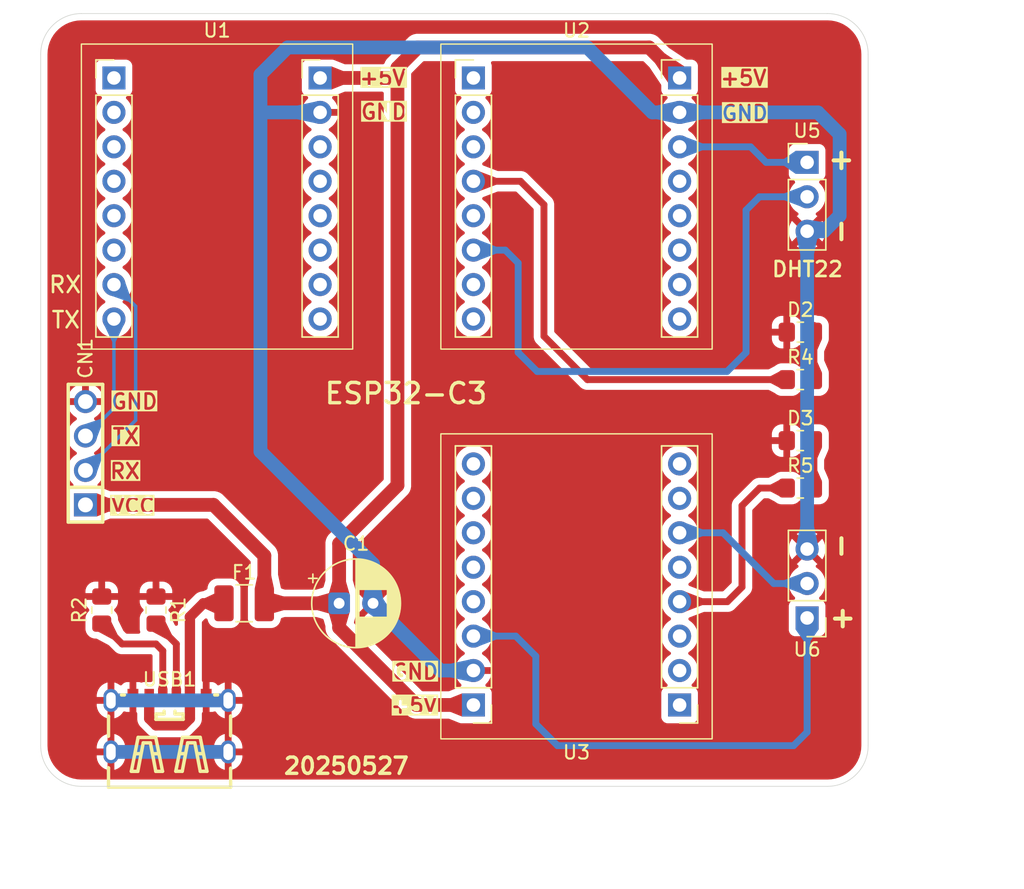
<source format=kicad_pcb>
(kicad_pcb (version 20241229) (generator "pcbnew") (generator_version "9.0")
  (layers (0 "F.Cu" signal) (2 "B.Cu" signal) (13 "F.Paste" user) (15 "B.Paste" user) (5 "F.SilkS" user "F.Silkscreen") (7 "B.SilkS" user "B.Silkscreen") (1 "F.Mask" user) (3 "B.Mask" user) (25 "Edge.Cuts" user))
  (net 0 "")
  (net 1 "GND")
  (net 2 "+5V")
  (net 4 "Net-(F1-Pad1)")
  (net 5 "Net-(USB1-CC2)")
  (net 6 "Net-(USB1-CC1)")
  (net 8 "/TX")
  (net 12 "/RX")
  (net 20 "Net-(D2-A)")
  (net 24 "Net-(U2-SDA{slash}GPIO8)")
  (net 28 "Net-(U2-GPIO10)")
  (net 30 "Net-(U2-3V3)")
  (net 35 "Net-(U3-SDA{slash}GPIO8)")
  (net 37 "Net-(U3-3V3)")
  (net 42 "Net-(U3-GPIO10)")
  (net 46 "Net-(D3-A)")
  (footprint "Resistor_SMD:R_0805_2012Metric_Pad1.20x1.40mm_HandSolder" (layer "F.Cu") (at 83 84 -90)
    (property "Reference" "R1" (at 0 -1.65 90) (layer "F.SilkS"))
    (property "Value" "5.1k")
    (fp_line (start -0.227064 0.735) (end 0.227064 0.735) (stroke (width 0.12)) (layer "F.SilkS"))
    (fp_line (start -0.227064 -0.735) (end 0.227064 -0.735) (stroke (width 0.12)) (layer "F.SilkS"))
    (pad "1" smd roundrect (at -1 0 270) (size 1.2 1.4) (layers "F.Cu" "F.Mask" "F.Paste") (roundrect_rratio 0.208333) (net 1 "GND"))
    (pad "2" smd roundrect (at 1 0 270) (size 1.2 1.4) (layers "F.Cu" "F.Mask" "F.Paste") (roundrect_rratio 0.208333) (net 5 "Net-(USB1-CC2)"))
  )
  (footprint "Resistor_SMD:R_0805_2012Metric_Pad1.20x1.40mm_HandSolder" (layer "F.Cu") (at 130.5 75)
    (property "Reference" "R5" (at 0 -1.65 0) (layer "F.SilkS"))
    (property "Value" "5.1k")
    (fp_line (start -0.227064 -0.735) (end 0.227064 -0.735) (stroke (width 0.12)) (layer "F.SilkS"))
    (fp_line (start -0.227064 0.735) (end 0.227064 0.735) (stroke (width 0.12)) (layer "F.SilkS"))
    (pad "1" smd roundrect (at -1 0) (size 1.2 1.4) (layers "F.Cu" "F.Mask" "F.Paste") (roundrect_rratio 0.208333) (net 35 "Net-(U3-SDA{slash}GPIO8)"))
    (pad "2" smd roundrect (at 1 0) (size 1.2 1.4) (layers "F.Cu" "F.Mask" "F.Paste") (roundrect_rratio 0.208333) (net 46 "Net-(D3-A)"))
  )
  (footprint "Custom_Library:TYPE-C-SMD_TYPE-C-6P_5" (layer "F.Cu") (at 84 92.43725)
    (property "Reference" "USB1" (at 0 -3.325 0) (layer "F.SilkS"))
    (property "Value" "TYPE-C 6P(073)")
    (fp_line (start -4.501 3.2035) (end -4.501 4.6255) (stroke (width 0.25)) (layer "F.SilkS"))
    (fp_line (start -4.501 3.226) (end -4.501 3.2035) (stroke (width 0.25)) (layer "F.SilkS"))
    (fp_line (start -4.501 4.6255) (end 4.501 4.6255) (stroke (width 0.25)) (layer "F.SilkS"))
    (fp_line (start -4.5 -0.575) (end -4.5 -0.617) (stroke (width 0.25)) (layer "F.SilkS"))
    (fp_line (start -4.5 -0.575) (end -4.5 0.8675) (stroke (width 0.25)) (layer "F.SilkS"))
    (fp_line (start -3.541 -2.175) (end -3.329 -2.175) (stroke (width 0.25)) (layer "F.SilkS"))
    (fp_line (start -2.8175 3.458) (end -2.32 0.9565) (stroke (width 0.254)) (layer "F.SilkS"))
    (fp_line (start -2.518 2.1575) (end -2.119 2.1575) (stroke (width 0.254)) (layer "F.SilkS"))
    (fp_line (start -2.3425 3.458) (end -2.8175 3.458) (stroke (width 0.254)) (layer "F.SilkS"))
    (fp_line (start -2.32 0.9565) (end -1.0195 0.9565) (stroke (width 0.254)) (layer "F.SilkS"))
    (fp_line (start -1.9415 1.3575) (end -2.3425 3.458) (stroke (width 0.254)) (layer "F.SilkS"))
    (fp_line (start -1.413 1.3575) (end -1.9415 1.3575) (stroke (width 0.254)) (layer "F.SilkS"))
    (fp_line (start -1.2185 2.1575) (end -0.8185 2.1575) (stroke (width 0.254)) (layer "F.SilkS"))
    (fp_line (start -1.0195 0.9565) (end -0.519 3.458) (stroke (width 0.254)) (layer "F.SilkS"))
    (fp_line (start -1.0145 3.458) (end -1.413 1.3575) (stroke (width 0.254)) (layer "F.SilkS"))
    (fp_line (start -1.01 -0.375) (end 1.01 -0.375) (stroke (width 0.25)) (layer "F.SilkS"))
    (fp_line (start -1 -0.775) (end -0.4 -0.775) (stroke (width 0.25)) (layer "F.SilkS"))
    (fp_line (start -1 -0.375) (end -1 -0.775) (stroke (width 0.25)) (layer "F.SilkS"))
    (fp_line (start -0.519 3.458) (end -1.0145 3.458) (stroke (width 0.254)) (layer "F.SilkS"))
    (fp_line (start -0.4 -0.775) (end -0.4 -0.975) (stroke (width 0.25)) (layer "F.SilkS"))
    (fp_line (start 0.4 -0.775) (end 0.4 -0.975) (stroke (width 0.25)) (layer "F.SilkS"))
    (fp_line (start 0.459 3.453) (end 0.957 0.951) (stroke (width 0.254)) (layer "F.SilkS"))
    (fp_line (start 0.759 2.1525) (end 1.1575 2.1525) (stroke (width 0.254)) (layer "F.SilkS"))
    (fp_line (start 0.934 3.453) (end 0.459 3.453) (stroke (width 0.254)) (layer "F.SilkS"))
    (fp_line (start 0.957 0.951) (end 2.2575 0.951) (stroke (width 0.254)) (layer "F.SilkS"))
    (fp_line (start 1 -0.775) (end 0.4 -0.775) (stroke (width 0.25)) (layer "F.SilkS"))
    (fp_line (start 1 -0.375) (end 1 -0.775) (stroke (width 0.25)) (layer "F.SilkS"))
    (fp_line (start 1.3355 1.3525) (end 0.934 3.453) (stroke (width 0.254)) (layer "F.SilkS"))
    (fp_line (start 1.8635 1.3525) (end 1.3355 1.3525) (stroke (width 0.254)) (layer "F.SilkS"))
    (fp_line (start 2.058 2.1525) (end 2.458 2.1525) (stroke (width 0.254)) (layer "F.SilkS"))
    (fp_line (start 2.2575 0.951) (end 2.758 3.453) (stroke (width 0.254)) (layer "F.SilkS"))
    (fp_line (start 2.2625 3.453) (end 1.8635 1.3525) (stroke (width 0.254)) (layer "F.SilkS"))
    (fp_line (start 2.758 3.453) (end 2.2625 3.453) (stroke (width 0.254)) (layer "F.SilkS"))
    (fp_line (start 3.329 -2.175) (end 3.541 -2.175) (stroke (width 0.25)) (layer "F.SilkS"))
    (fp_line (start 4.5 0.825) (end 4.5 -0.625) (stroke (width 0.25)) (layer "F.SilkS"))
    (fp_line (start 4.501 4.6255) (end 4.501 3.226) (stroke (width 0.25)) (layer "F.SilkS"))
    (pad "7" thru_hole oval (at -4.32 -1.775) (size 1.1 1.7) (drill oval 0.7 1.2) (layers "*.Cu" "*.Mask") (net 1 "GND"))
    (pad "7" thru_hole oval (at -4.32 2.025) (size 1.1 1.7) (drill oval 0.7 1.2) (layers "*.Cu" "*.Mask") (net 1 "GND"))
    (pad "7" thru_hole oval (at 4.32 -1.775) (size 1.1 1.7) (drill oval 0.7 1.2) (layers "*.Cu" "*.Mask") (net 1 "GND"))
    (pad "7" thru_hole oval (at 4.32 2.025) (size 1.1 1.7) (drill oval 0.7 1.2) (layers "*.Cu" "*.Mask") (net 1 "GND"))
    (pad "A5" smd rect (at -0.5 -2.025) (size 0.7 1.2) (layers "F.Cu" "F.Mask" "F.Paste") (net 6 "Net-(USB1-CC1)"))
    (pad "A9" smd rect (at 1.5 -2.025) (size 0.7 1.2) (layers "F.Cu" "F.Mask" "F.Paste") (net 4 "Net-(F1-Pad1)"))
    (pad "A12" smd rect (at 2.7 -2.025) (size 0.8 1.2) (layers "F.Cu" "F.Mask" "F.Paste") (net 1 "GND"))
    (pad "B5" smd rect (at 0.5 -2.025) (size 0.7 1.2) (layers "F.Cu" "F.Mask" "F.Paste") (net 5 "Net-(USB1-CC2)"))
    (pad "B9" smd rect (at -1.5 -2.025) (size 0.7 1.2) (layers "F.Cu" "F.Mask" "F.Paste") (net 4 "Net-(F1-Pad1)"))
    (pad "B12" smd rect (at -2.7 -2.025) (size 0.8 1.2) (layers "F.Cu" "F.Mask" "F.Paste") (net 1 "GND"))
  )
  (footprint "Connector_PinHeader_2.54mm:PinHeader_1x03_P2.54mm_Vertical" (layer "F.Cu") (at 131 50.975)
    (property "Reference" "U5" (at 0 -2.33 0) (layer "F.SilkS"))
    (property "Value" "DHT22")
    (fp_line (start -1.38 -1.38) (end 0 -1.38) (stroke (width 0.12)) (layer "F.SilkS"))
    (fp_line (start -1.38 0) (end -1.38 -1.38) (stroke (width 0.12)) (layer "F.SilkS"))
    (fp_line (start -1.38 1.27) (end -1.38 6.46) (stroke (width 0.12)) (layer "F.SilkS"))
    (fp_line (start -1.38 1.27) (end 1.38 1.27) (stroke (width 0.12)) (layer "F.SilkS"))
    (fp_line (start -1.38 6.46) (end 1.38 6.46) (stroke (width 0.12)) (layer "F.SilkS"))
    (fp_line (start 1.38 1.27) (end 1.38 6.46) (stroke (width 0.12)) (layer "F.SilkS"))
    (pad "1" thru_hole rect (at 0 0) (size 1.7 1.7) (drill 1) (layers "*.Cu" "*.Mask") (net 30 "Net-(U2-3V3)"))
    (pad "2" thru_hole circle (at 0 2.54) (size 1.7 1.7) (drill 1) (layers "*.Cu" "*.Mask") (net 28 "Net-(U2-GPIO10)"))
    (pad "3" thru_hole circle (at 0 5.08) (size 1.7 1.7) (drill 1) (layers "*.Cu" "*.Mask") (net 1 "GND"))
  )
  (footprint "Custom_Library:ESP32_C3_SuperMini" (layer "F.Cu") (at 114 91 180)
    (property "Reference" "U3" (at 0 -3.5 0) (layer "F.SilkS"))
    (property "Value" "~")
    (fp_line (start 8.93 1.27) (end 8.93 19.11) (stroke (width 0.12)) (layer "F.SilkS"))
    (fp_line (start 6.27 19.11) (end 8.93 19.11) (stroke (width 0.12)) (layer "F.SilkS"))
    (fp_line (start 6.27 1.27) (end 8.93 1.27) (stroke (width 0.12)) (layer "F.SilkS"))
    (fp_line (start 6.27 1.27) (end 6.27 19.11) (stroke (width 0.12)) (layer "F.SilkS"))
    (fp_line (start 6.27 0) (end 6.27 -1.33) (stroke (width 0.12)) (layer "F.SilkS"))
    (fp_line (start 6.27 -1.33) (end 7.6 -1.33) (stroke (width 0.12)) (layer "F.SilkS"))
    (fp_line (start -6.27 1.27) (end -6.27 19.11) (stroke (width 0.12)) (layer "F.SilkS"))
    (fp_line (start -8.93 19.11) (end -6.27 19.11) (stroke (width 0.12)) (layer "F.SilkS"))
    (fp_line (start -8.93 1.27) (end -6.27 1.27) (stroke (width 0.12)) (layer "F.SilkS"))
    (fp_line (start -8.93 1.27) (end -8.93 19.11) (stroke (width 0.12)) (layer "F.SilkS"))
    (fp_line (start -8.93 0) (end -8.93 -1.33) (stroke (width 0.12)) (layer "F.SilkS"))
    (fp_line (start -8.93 -1.33) (end -7.6 -1.33) (stroke (width 0.12)) (layer "F.SilkS"))
    (fp_rect (start -10 -2.5) (end 10 20) (stroke (width 0.1)) (fill no) (layer "F.SilkS"))
    (pad "0" thru_hole oval (at 7.6 17.78 180) (size 1.7 1.7) (drill 1) (layers "*.Cu" "*.Mask"))
    (pad "1" thru_hole oval (at 7.6 15.24 180) (size 1.7 1.7) (drill 1) (layers "*.Cu" "*.Mask"))
    (pad "2" thru_hole oval (at 7.6 12.7 180) (size 1.7 1.7) (drill 1) (layers "*.Cu" "*.Mask"))
    (pad "3" thru_hole oval (at 7.6 10.16 180) (size 1.7 1.7) (drill 1) (layers "*.Cu" "*.Mask"))
    (pad "3.3" thru_hole oval (at 7.6 5.08 180) (size 1.7 1.7) (drill 1) (layers "*.Cu" "*.Mask") (net 37 "Net-(U3-3V3)"))
    (pad "4" thru_hole oval (at 7.6 7.62 180) (size 1.7 1.7) (drill 1) (layers "*.Cu" "*.Mask"))
    (pad "5" thru_hole rect (at -7.6 0 180) (size 1.7 1.7) (drill 1) (layers "*.Cu" "*.Mask"))
    (pad "5V" thru_hole rect (at 7.6 0 180) (size 1.7 1.7) (drill 1) (layers "*.Cu" "*.Mask") (net 2 "+5V"))
    (pad "6" thru_hole oval (at -7.6 2.54 180) (size 1.7 1.7) (drill 1) (layers "*.Cu" "*.Mask"))
    (pad "7" thru_hole oval (at -7.6 5.08 180) (size 1.7 1.7) (drill 1) (layers "*.Cu" "*.Mask"))
    (pad "8" thru_hole oval (at -7.6 7.62 180) (size 1.7 1.7) (drill 1) (layers "*.Cu" "*.Mask") (net 35 "Net-(U3-SDA{slash}GPIO8)"))
    (pad "9" thru_hole oval (at -7.6 10.16 180) (size 1.7 1.7) (drill 1) (layers "*.Cu" "*.Mask"))
    (pad "10" thru_hole oval (at -7.6 12.7 180) (size 1.7 1.7) (drill 1) (layers "*.Cu" "*.Mask") (net 42 "Net-(U3-GPIO10)"))
    (pad "20" thru_hole oval (at -7.6 15.24 180) (size 1.7 1.7) (drill 1) (layers "*.Cu" "*.Mask"))
    (pad "21" thru_hole oval (at -7.6 17.78 180) (size 1.7 1.7) (drill 1) (layers "*.Cu" "*.Mask"))
    (pad "G" thru_hole oval (at 7.6 2.54 180) (size 1.7 1.7) (drill 1) (layers "*.Cu" "*.Mask") (net 1 "GND"))
  )
  (footprint "Resistor_SMD:R_0805_2012Metric_Pad1.20x1.40mm_HandSolder" (layer "F.Cu") (at 79 84 90)
    (property "Reference" "R2" (at 0 -1.65 90) (layer "F.SilkS"))
    (property "Value" "5.1k")
    (fp_line (start -0.227064 -0.735) (end 0.227064 -0.735) (stroke (width 0.12)) (layer "F.SilkS"))
    (fp_line (start -0.227064 0.735) (end 0.227064 0.735) (stroke (width 0.12)) (layer "F.SilkS"))
    (pad "1" smd roundrect (at -1 0 90) (size 1.2 1.4) (layers "F.Cu" "F.Mask" "F.Paste") (roundrect_rratio 0.208333) (net 6 "Net-(USB1-CC1)"))
    (pad "2" smd roundrect (at 1 0 90) (size 1.2 1.4) (layers "F.Cu" "F.Mask" "F.Paste") (roundrect_rratio 0.208333) (net 1 "GND"))
  )
  (footprint "Connector_PinHeader_2.54mm:PinHeader_1x03_P2.54mm_Vertical" (layer "F.Cu") (at 131 84.58 180)
    (property "Reference" "U6" (at 0 -2.33 0) (layer "F.SilkS"))
    (property "Value" "DHT22")
    (fp_line (start 1.38 1.27) (end 1.38 6.46) (stroke (width 0.12)) (layer "F.SilkS"))
    (fp_line (start -1.38 6.46) (end 1.38 6.46) (stroke (width 0.12)) (layer "F.SilkS"))
    (fp_line (start -1.38 1.27) (end 1.38 1.27) (stroke (width 0.12)) (layer "F.SilkS"))
    (fp_line (start -1.38 1.27) (end -1.38 6.46) (stroke (width 0.12)) (layer "F.SilkS"))
    (fp_line (start -1.38 0) (end -1.38 -1.38) (stroke (width 0.12)) (layer "F.SilkS"))
    (fp_line (start -1.38 -1.38) (end 0 -1.38) (stroke (width 0.12)) (layer "F.SilkS"))
    (pad "1" thru_hole rect (at 0 0 180) (size 1.7 1.7) (drill 1) (layers "*.Cu" "*.Mask") (net 37 "Net-(U3-3V3)"))
    (pad "2" thru_hole circle (at 0 2.54 180) (size 1.7 1.7) (drill 1) (layers "*.Cu" "*.Mask") (net 42 "Net-(U3-GPIO10)"))
    (pad "3" thru_hole circle (at 0 5.08 180) (size 1.7 1.7) (drill 1) (layers "*.Cu" "*.Mask") (net 1 "GND"))
  )
  (footprint "Resistor_SMD:R_0805_2012Metric_Pad1.20x1.40mm_HandSolder" (layer "F.Cu") (at 130.5 71.5)
    (property "Reference" "D3" (at 0 -1.65 0) (layer "F.SilkS"))
    (property "Value" "LED")
    (fp_line (start -0.227064 -0.735) (end 0.227064 -0.735) (stroke (width 0.12)) (layer "F.SilkS"))
    (fp_line (start -0.227064 0.735) (end 0.227064 0.735) (stroke (width 0.12)) (layer "F.SilkS"))
    (pad "1" smd roundrect (at -1 0) (size 1.2 1.4) (layers "F.Cu" "F.Mask" "F.Paste") (roundrect_rratio 0.208333) (net 1 "GND"))
    (pad "2" smd roundrect (at 1 0) (size 1.2 1.4) (layers "F.Cu" "F.Mask" "F.Paste") (roundrect_rratio 0.208333) (net 46 "Net-(D3-A)"))
  )
  (footprint "Resistor_SMD:R_0805_2012Metric_Pad1.20x1.40mm_HandSolder" (layer "F.Cu") (at 130.501 67)
    (property "Reference" "R4" (at 0 -1.65 0) (layer "F.SilkS"))
    (property "Value" "5.1k")
    (fp_line (start -0.227064 -0.735) (end 0.227064 -0.735) (stroke (width 0.12)) (layer "F.SilkS"))
    (fp_line (start -0.227064 0.735) (end 0.227064 0.735) (stroke (width 0.12)) (layer "F.SilkS"))
    (pad "1" smd roundrect (at -1 0) (size 1.2 1.4) (layers "F.Cu" "F.Mask" "F.Paste") (roundrect_rratio 0.208333) (net 24 "Net-(U2-SDA{slash}GPIO8)"))
    (pad "2" smd roundrect (at 1 0) (size 1.2 1.4) (layers "F.Cu" "F.Mask" "F.Paste") (roundrect_rratio 0.208333) (net 20 "Net-(D2-A)"))
  )
  (footprint "Custom_Library:ESP32_C3_SuperMini" (layer "F.Cu") (at 87.5 44.75)
    (property "Reference" "U1" (at 0 -3.5 0) (layer "F.SilkS"))
    (property "Value" "~")
    (fp_line (start -8.93 -1.33) (end -7.6 -1.33) (stroke (width 0.12)) (layer "F.SilkS"))
    (fp_line (start -8.93 0) (end -8.93 -1.33) (stroke (width 0.12)) (layer "F.SilkS"))
    (fp_line (start -8.93 1.27) (end -8.93 19.11) (stroke (width 0.12)) (layer "F.SilkS"))
    (fp_line (start -8.93 1.27) (end -6.27 1.27) (stroke (width 0.12)) (layer "F.SilkS"))
    (fp_line (start -8.93 19.11) (end -6.27 19.11) (stroke (width 0.12)) (layer "F.SilkS"))
    (fp_line (start -6.27 1.27) (end -6.27 19.11) (stroke (width 0.12)) (layer "F.SilkS"))
    (fp_line (start 6.27 -1.33) (end 7.6 -1.33) (stroke (width 0.12)) (layer "F.SilkS"))
    (fp_line (start 6.27 0) (end 6.27 -1.33) (stroke (width 0.12)) (layer "F.SilkS"))
    (fp_line (start 6.27 1.27) (end 6.27 19.11) (stroke (width 0.12)) (layer "F.SilkS"))
    (fp_line (start 6.27 1.27) (end 8.93 1.27) (stroke (width 0.12)) (layer "F.SilkS"))
    (fp_line (start 6.27 19.11) (end 8.93 19.11) (stroke (width 0.12)) (layer "F.SilkS"))
    (fp_line (start 8.93 1.27) (end 8.93 19.11) (stroke (width 0.12)) (layer "F.SilkS"))
    (fp_rect (start -10 -2.5) (end 10 20) (stroke (width 0.1)) (fill no) (layer "F.SilkS"))
    (fp_text user "ESP32-C3" (at 7.8 24.15 0) (layer "F.SilkS") (effects (font (size 1.5 1.5) (thickness 0.25) (bold yes)) (justify left bottom)))
    (pad "0" thru_hole oval (at 7.6 17.78) (size 1.7 1.7) (drill 1) (layers "*.Cu" "*.Mask"))
    (pad "1" thru_hole oval (at 7.6 15.24) (size 1.7 1.7) (drill 1) (layers "*.Cu" "*.Mask"))
    (pad "2" thru_hole oval (at 7.6 12.7) (size 1.7 1.7) (drill 1) (layers "*.Cu" "*.Mask"))
    (pad "3" thru_hole oval (at 7.6 10.16) (size 1.7 1.7) (drill 1) (layers "*.Cu" "*.Mask"))
    (pad "3.3" thru_hole oval (at 7.6 5.08) (size 1.7 1.7) (drill 1) (layers "*.Cu" "*.Mask"))
    (pad "4" thru_hole oval (at 7.6 7.62) (size 1.7 1.7) (drill 1) (layers "*.Cu" "*.Mask"))
    (pad "5" thru_hole rect (at -7.6 0) (size 1.7 1.7) (drill 1) (layers "*.Cu" "*.Mask"))
    (pad "5V" thru_hole rect (at 7.6 0) (size 1.7 1.7) (drill 1) (layers "*.Cu" "*.Mask") (net 2 "+5V"))
    (pad "6" thru_hole oval (at -7.6 2.54) (size 1.7 1.7) (drill 1) (layers "*.Cu" "*.Mask"))
    (pad "7" thru_hole oval (at -7.6 5.08) (size 1.7 1.7) (drill 1) (layers "*.Cu" "*.Mask"))
    (pad "8" thru_hole oval (at -7.6 7.62) (size 1.7 1.7) (drill 1) (layers "*.Cu" "*.Mask"))
    (pad "9" thru_hole oval (at -7.6 10.16) (size 1.7 1.7) (drill 1) (layers "*.Cu" "*.Mask"))
    (pad "10" thru_hole oval (at -7.6 12.7) (size 1.7 1.7) (drill 1) (layers "*.Cu" "*.Mask"))
    (pad "20" thru_hole oval (at -7.6 15.24) (size 1.7 1.7) (drill 1) (layers "*.Cu" "*.Mask") (net 12 "/RX"))
    (pad "21" thru_hole oval (at -7.6 17.78) (size 1.7 1.7) (drill 1) (layers "*.Cu" "*.Mask") (net 8 "/TX"))
    (pad "G" thru_hole oval (at 7.6 2.54) (size 1.7 1.7) (drill 1) (layers "*.Cu" "*.Mask") (net 1 "GND"))
  )
  (footprint "Custom_Library:HDR-TH_4P-P2.54-V-M" (layer "F.Cu") (at 77.8 72.43 90)
    (property "Reference" "CN1" (at 7 0 90) (layer "F.SilkS"))
    (property "Value" "PZ254V-11-04P")
    (fp_line (start 5.08 -1.27) (end 5.08 1.27) (stroke (width 0.254)) (layer "F.SilkS"))
    (fp_line (start -2.5165 -1.27) (end 5.08 -1.27) (stroke (width 0.254)) (layer "F.SilkS"))
    (fp_line (start -2.5165 -1.27) (end -2.5165 1.27) (stroke (width 0.254)) (layer "F.SilkS"))
    (fp_line (start -5.08 -1.27) (end -2.5165 -1.27) (stroke (width 0.254)) (layer "F.SilkS"))
    (fp_line (start 5.08 1.27) (end -5.08 1.27) (stroke (width 0.254)) (layer "F.SilkS"))
    (fp_line (start -5.08 1.27) (end -5.08 -1.27) (stroke (width 0.254)) (layer "F.SilkS"))
    (pad "1" thru_hole rect (at -3.81 0 90) (size 1.7 1.7) (drill 1.1) (layers "*.Cu" "*.Mask") (net 2 "+5V"))
    (pad "2" thru_hole circle (at -1.27 0 90) (size 1.7 1.7) (drill 1.1) (layers "*.Cu" "*.Mask") (net 12 "/RX"))
    (pad "3" thru_hole circle (at 1.27 0 90) (size 1.7 1.7) (drill 1.1) (layers "*.Cu" "*.Mask") (net 8 "/TX"))
    (pad "4" thru_hole circle (at 3.81 0 90) (size 1.7 1.7) (drill 1.1) (layers "*.Cu" "*.Mask") (net 1 "GND"))
  )
  (footprint "Resistor_SMD:R_0805_2012Metric_Pad1.20x1.40mm_HandSolder" (layer "F.Cu") (at 130.501 63.5)
    (property "Reference" "D2" (at 0 -1.65 0) (layer "F.SilkS"))
    (property "Value" "LED")
    (fp_line (start -0.227064 -0.735) (end 0.227064 -0.735) (stroke (width 0.12)) (layer "F.SilkS"))
    (fp_line (start -0.227064 0.735) (end 0.227064 0.735) (stroke (width 0.12)) (layer "F.SilkS"))
    (pad "1" smd roundrect (at -1 0) (size 1.2 1.4) (layers "F.Cu" "F.Mask" "F.Paste") (roundrect_rratio 0.208333) (net 1 "GND"))
    (pad "2" smd roundrect (at 1 0) (size 1.2 1.4) (layers "F.Cu" "F.Mask" "F.Paste") (roundrect_rratio 0.208333) (net 20 "Net-(D2-A)"))
  )
  (footprint "Capacitor_THT:CP_Radial_D6.3mm_P2.50mm" (layer "F.Cu") (at 96.5 83.5)
    (property "Reference" "C1" (at 1.25 -4.4 0) (layer "F.SilkS"))
    (property "Value" "100uF")
    (fp_line (start -2.250241 -1.839) (end -1.620241 -1.839) (stroke (width 0.12)) (layer "F.SilkS"))
    (fp_line (start -1.935241 -2.154) (end -1.935241 -1.524) (stroke (width 0.12)) (layer "F.SilkS"))
    (fp_line (start 1.25 -3.23) (end 1.25 3.23) (stroke (width 0.12)) (layer "F.SilkS"))
    (fp_line (start 1.29 -3.23) (end 1.29 3.23) (stroke (width 0.12)) (layer "F.SilkS"))
    (fp_line (start 1.33 -3.229) (end 1.33 3.229) (stroke (width 0.12)) (layer "F.SilkS"))
    (fp_line (start 1.37 -3.228) (end 1.37 3.228) (stroke (width 0.12)) (layer "F.SilkS"))
    (fp_line (start 1.41 -3.226) (end 1.41 3.226) (stroke (width 0.12)) (layer "F.SilkS"))
    (fp_line (start 1.45 -3.224) (end 1.45 3.224) (stroke (width 0.12)) (layer "F.SilkS"))
    (fp_line (start 1.49 -3.221) (end 1.49 -1.04) (stroke (width 0.12)) (layer "F.SilkS"))
    (fp_line (start 1.49 1.04) (end 1.49 3.221) (stroke (width 0.12)) (layer "F.SilkS"))
    (fp_line (start 1.53 -3.218) (end 1.53 -1.04) (stroke (width 0.12)) (layer "F.SilkS"))
    (fp_line (start 1.53 1.04) (end 1.53 3.218) (stroke (width 0.12)) (layer "F.SilkS"))
    (fp_line (start 1.57 -3.214) (end 1.57 -1.04) (stroke (width 0.12)) (layer "F.SilkS"))
    (fp_line (start 1.57 1.04) (end 1.57 3.214) (stroke (width 0.12)) (layer "F.SilkS"))
    (fp_line (start 1.61 -3.21) (end 1.61 -1.04) (stroke (width 0.12)) (layer "F.SilkS"))
    (fp_line (start 1.61 1.04) (end 1.61 3.21) (stroke (width 0.12)) (layer "F.SilkS"))
    (fp_line (start 1.65 -3.205) (end 1.65 -1.04) (stroke (width 0.12)) (layer "F.SilkS"))
    (fp_line (start 1.65 1.04) (end 1.65 3.205) (stroke (width 0.12)) (layer "F.SilkS"))
    (fp_line (start 1.69 -3.2) (end 1.69 -1.04) (stroke (width 0.12)) (layer "F.SilkS"))
    (fp_line (start 1.69 1.04) (end 1.69 3.2) (stroke (width 0.12)) (layer "F.SilkS"))
    (fp_line (start 1.73 -3.195) (end 1.73 -1.04) (stroke (width 0.12)) (layer "F.SilkS"))
    (fp_line (start 1.73 1.04) (end 1.73 3.195) (stroke (width 0.12)) (layer "F.SilkS"))
    (fp_line (start 1.77 -3.188) (end 1.77 -1.04) (stroke (width 0.12)) (layer "F.SilkS"))
    (fp_line (start 1.77 1.04) (end 1.77 3.188) (stroke (width 0.12)) (layer "F.SilkS"))
    (fp_line (start 1.81 -3.182) (end 1.81 -1.04) (stroke (width 0.12)) (layer "F.SilkS"))
    (fp_line (start 1.81 1.04) (end 1.81 3.182) (stroke (width 0.12)) (layer "F.SilkS"))
    (fp_line (start 1.85 -3.174) (end 1.85 -1.04) (stroke (width 0.12)) (layer "F.SilkS"))
    (fp_line (start 1.85 1.04) (end 1.85 3.174) (stroke (width 0.12)) (layer "F.SilkS"))
    (fp_line (start 1.89 -3.167) (end 1.89 -1.04) (stroke (width 0.12)) (layer "F.SilkS"))
    (fp_line (start 1.89 1.04) (end 1.89 3.167) (stroke (width 0.12)) (layer "F.SilkS"))
    (fp_line (start 1.93 -3.159) (end 1.93 -1.04) (stroke (width 0.12)) (layer "F.SilkS"))
    (fp_line (start 1.93 1.04) (end 1.93 3.159) (stroke (width 0.12)) (layer "F.SilkS"))
    (fp_line (start 1.97 -3.15) (end 1.97 -1.04) (stroke (width 0.12)) (layer "F.SilkS"))
    (fp_line (start 1.97 1.04) (end 1.97 3.15) (stroke (width 0.12)) (layer "F.SilkS"))
    (fp_line (start 2.01 -3.14) (end 2.01 -1.04) (stroke (width 0.12)) (layer "F.SilkS"))
    (fp_line (start 2.01 1.04) (end 2.01 3.14) (stroke (width 0.12)) (layer "F.SilkS"))
    (fp_line (start 2.05 -3.131) (end 2.05 -1.04) (stroke (width 0.12)) (layer "F.SilkS"))
    (fp_line (start 2.05 1.04) (end 2.05 3.131) (stroke (width 0.12)) (layer "F.SilkS"))
    (fp_line (start 2.09 -3.12) (end 2.09 -1.04) (stroke (width 0.12)) (layer "F.SilkS"))
    (fp_line (start 2.09 1.04) (end 2.09 3.12) (stroke (width 0.12)) (layer "F.SilkS"))
    (fp_line (start 2.13 -3.109) (end 2.13 -1.04) (stroke (width 0.12)) (layer "F.SilkS"))
    (fp_line (start 2.13 1.04) (end 2.13 3.109) (stroke (width 0.12)) (layer "F.SilkS"))
    (fp_line (start 2.17 -3.098) (end 2.17 -1.04) (stroke (width 0.12)) (layer "F.SilkS"))
    (fp_line (start 2.17 1.04) (end 2.17 3.098) (stroke (width 0.12)) (layer "F.SilkS"))
    (fp_line (start 2.21 -3.086) (end 2.21 -1.04) (stroke (width 0.12)) (layer "F.SilkS"))
    (fp_line (start 2.21 1.04) (end 2.21 3.086) (stroke (width 0.12)) (layer "F.SilkS"))
    (fp_line (start 2.25 -3.073) (end 2.25 -1.04) (stroke (width 0.12)) (layer "F.SilkS"))
    (fp_line (start 2.25 1.04) (end 2.25 3.073) (stroke (width 0.12)) (layer "F.SilkS"))
    (fp_line (start 2.29 -3.06) (end 2.29 -1.04) (stroke (width 0.12)) (layer "F.SilkS"))
    (fp_line (start 2.29 1.04) (end 2.29 3.06) (stroke (width 0.12)) (layer "F.SilkS"))
    (fp_line (start 2.33 -3.047) (end 2.33 -1.04) (stroke (width 0.12)) (layer "F.SilkS"))
    (fp_line (start 2.33 1.04) (end 2.33 3.047) (stroke (width 0.12)) (layer "F.SilkS"))
    (fp_line (start 2.37 -3.032) (end 2.37 -1.04) (stroke (width 0.12)) (layer "F.SilkS"))
    (fp_line (start 2.37 1.04) (end 2.37 3.032) (stroke (width 0.12)) (layer "F.SilkS"))
    (fp_line (start 2.41 -3.017) (end 2.41 -1.04) (stroke (width 0.12)) (layer "F.SilkS"))
    (fp_line (start 2.41 1.04) (end 2.41 3.017) (stroke (width 0.12)) (layer "F.SilkS"))
    (fp_line (start 2.45 -3.002) (end 2.45 -1.04) (stroke (width 0.12)) (layer "F.SilkS"))
    (fp_line (start 2.45 1.04) (end 2.45 3.002) (stroke (width 0.12)) (layer "F.SilkS"))
    (fp_line (start 2.49 -2.986) (end 2.49 -1.04) (stroke (width 0.12)) (layer "F.SilkS"))
    (fp_line (start 2.49 1.04) (end 2.49 2.986) (stroke (width 0.12)) (layer "F.SilkS"))
    (fp_line (start 2.53 -2.969) (end 2.53 -1.04) (stroke (width 0.12)) (layer "F.SilkS"))
    (fp_line (start 2.53 1.04) (end 2.53 2.969) (stroke (width 0.12)) (layer "F.SilkS"))
    (fp_line (start 2.57 -2.952) (end 2.57 -1.04) (stroke (width 0.12)) (layer "F.SilkS"))
    (fp_line (start 2.57 1.04) (end 2.57 2.952) (stroke (width 0.12)) (layer "F.SilkS"))
    (fp_line (start 2.61 -2.934) (end 2.61 -1.04) (stroke (width 0.12)) (layer "F.SilkS"))
    (fp_line (start 2.61 1.04) (end 2.61 2.934) (stroke (width 0.12)) (layer "F.SilkS"))
    (fp_line (start 2.65 -2.915) (end 2.65 -1.04) (stroke (width 0.12)) (layer "F.SilkS"))
    (fp_line (start 2.65 1.04) (end 2.65 2.915) (stroke (width 0.12)) (layer "F.SilkS"))
    (fp_line (start 2.69 -2.896) (end 2.69 -1.04) (stroke (width 0.12)) (layer "F.SilkS"))
    (fp_line (start 2.69 1.04) (end 2.69 2.896) (stroke (width 0.12)) (layer "F.SilkS"))
    (fp_line (start 2.73 -2.876) (end 2.73 -1.04) (stroke (width 0.12)) (layer "F.SilkS"))
    (fp_line (start 2.73 1.04) (end 2.73 2.876) (stroke (width 0.12)) (layer "F.SilkS"))
    (fp_line (start 2.77 -2.855) (end 2.77 -1.04) (stroke (width 0.12)) (layer "F.SilkS"))
    (fp_line (start 2.77 1.04) (end 2.77 2.855) (stroke (width 0.12)) (layer "F.SilkS"))
    (fp_line (start 2.81 -2.834) (end 2.81 -1.04) (stroke (width 0.12)) (layer "F.SilkS"))
    (fp_line (start 2.81 1.04) (end 2.81 2.834) (stroke (width 0.12)) (layer "F.SilkS"))
    (fp_line (start 2.85 -2.812) (end 2.85 -1.04) (stroke (width 0.12)) (layer "F.SilkS"))
    (fp_line (start 2.85 1.04) (end 2.85 2.812) (stroke (width 0.12)) (layer "F.SilkS"))
    (fp_line (start 2.89 -2.789) (end 2.89 -1.04) (stroke (width 0.12)) (layer "F.SilkS"))
    (fp_line (start 2.89 1.04) (end 2.89 2.789) (stroke (width 0.12)) (layer "F.SilkS"))
    (fp_line (start 2.93 -2.765) (end 2.93 -1.04) (stroke (width 0.12)) (layer "F.SilkS"))
    (fp_line (start 2.93 1.04) (end 2.93 2.765) (stroke (width 0.12)) (layer "F.SilkS"))
    (fp_line (start 2.97 -2.741) (end 2.97 -1.04) (stroke (width 0.12)) (layer "F.SilkS"))
    (fp_line (start 2.97 1.04) (end 2.97 2.741) (stroke (width 0.12)) (layer "F.SilkS"))
    (fp_line (start 3.01 -2.716) (end 3.01 -1.04) (stroke (width 0.12)) (layer "F.SilkS"))
    (fp_line (start 3.01 1.04) (end 3.01 2.716) (stroke (width 0.12)) (layer "F.SilkS"))
    (fp_line (start 3.05 -2.69) (end 3.05 -1.04) (stroke (width 0.12)) (layer "F.SilkS"))
    (fp_line (start 3.05 1.04) (end 3.05 2.69) (stroke (width 0.12)) (layer "F.SilkS"))
    (fp_line (start 3.09 -2.663) (end 3.09 -1.04) (stroke (width 0.12)) (layer "F.SilkS"))
    (fp_line (start 3.09 1.04) (end 3.09 2.663) (stroke (width 0.12)) (layer "F.SilkS"))
    (fp_line (start 3.13 -2.636) (end 3.13 -1.04) (stroke (width 0.12)) (layer "F.SilkS"))
    (fp_line (start 3.13 1.04) (end 3.13 2.636) (stroke (width 0.12)) (layer "F.SilkS"))
    (fp_line (start 3.17 -2.607) (end 3.17 -1.04) (stroke (width 0.12)) (layer "F.SilkS"))
    (fp_line (start 3.17 1.04) (end 3.17 2.607) (stroke (width 0.12)) (layer "F.SilkS"))
    (fp_line (start 3.21 -2.577) (end 3.21 -1.04) (stroke (width 0.12)) (layer "F.SilkS"))
    (fp_line (start 3.21 1.04) (end 3.21 2.577) (stroke (width 0.12)) (layer "F.SilkS"))
    (fp_line (start 3.25 -2.547) (end 3.25 -1.04) (stroke (width 0.12)) (layer "F.SilkS"))
    (fp_line (start 3.25 1.04) (end 3.25 2.547) (stroke (width 0.12)) (layer "F.SilkS"))
    (fp_line (start 3.29 -2.516) (end 3.29 -1.04) (stroke (width 0.12)) (layer "F.SilkS"))
    (fp_line (start 3.29 1.04) (end 3.29 2.516) (stroke (width 0.12)) (layer "F.SilkS"))
    (fp_line (start 3.33 -2.483) (end 3.33 -1.04) (stroke (width 0.12)) (layer "F.SilkS"))
    (fp_line (start 3.33 1.04) (end 3.33 2.483) (stroke (width 0.12)) (layer "F.SilkS"))
    (fp_line (start 3.37 -2.45) (end 3.37 -1.04) (stroke (width 0.12)) (layer "F.SilkS"))
    (fp_line (start 3.37 1.04) (end 3.37 2.45) (stroke (width 0.12)) (layer "F.SilkS"))
    (fp_line (start 3.41 -2.415) (end 3.41 -1.04) (stroke (width 0.12)) (layer "F.SilkS"))
    (fp_line (start 3.41 1.04) (end 3.41 2.415) (stroke (width 0.12)) (layer "F.SilkS"))
    (fp_line (start 3.45 -2.379) (end 3.45 -1.04) (stroke (width 0.12)) (layer "F.SilkS"))
    (fp_line (start 3.45 1.04) (end 3.45 2.379) (stroke (width 0.12)) (layer "F.SilkS"))
    (fp_line (start 3.49 -2.342) (end 3.49 -1.04) (stroke (width 0.12)) (layer "F.SilkS"))
    (fp_line (start 3.49 1.04) (end 3.49 2.342) (stroke (width 0.12)) (layer "F.SilkS"))
    (fp_line (start 3.53 -2.304) (end 3.53 -1.04) (stroke (width 0.12)) (layer "F.SilkS"))
    (fp_line (start 3.53 1.04) (end 3.53 2.304) (stroke (width 0.12)) (layer "F.SilkS"))
    (fp_line (start 3.57 -2.264) (end 3.57 2.264) (stroke (width 0.12)) (layer "F.SilkS"))
    (fp_line (start 3.61 -2.223) (end 3.61 2.223) (stroke (width 0.12)) (layer "F.SilkS"))
    (fp_line (start 3.65 -2.181) (end 3.65 2.181) (stroke (width 0.12)) (layer "F.SilkS"))
    (fp_line (start 3.69 -2.137) (end 3.69 2.137) (stroke (width 0.12)) (layer "F.SilkS"))
    (fp_line (start 3.73 -2.091) (end 3.73 2.091) (stroke (width 0.12)) (layer "F.SilkS"))
    (fp_line (start 3.77 -2.044) (end 3.77 2.044) (stroke (width 0.12)) (layer "F.SilkS"))
    (fp_line (start 3.81 -1.995) (end 3.81 1.995) (stroke (width 0.12)) (layer "F.SilkS"))
    (fp_line (start 3.85 -1.943) (end 3.85 1.943) (stroke (width 0.12)) (layer "F.SilkS"))
    (fp_line (start 3.89 -1.89) (end 3.89 1.89) (stroke (width 0.12)) (layer "F.SilkS"))
    (fp_line (start 3.93 -1.834) (end 3.93 1.834) (stroke (width 0.12)) (layer "F.SilkS"))
    (fp_line (start 3.97 -1.775) (end 3.97 1.775) (stroke (width 0.12)) (layer "F.SilkS"))
    (fp_line (start 4.01 -1.714) (end 4.01 1.714) (stroke (width 0.12)) (layer "F.SilkS"))
    (fp_line (start 4.05 -1.649) (end 4.05 1.649) (stroke (width 0.12)) (layer "F.SilkS"))
    (fp_line (start 4.09 -1.581) (end 4.09 1.581) (stroke (width 0.12)) (layer "F.SilkS"))
    (fp_line (start 4.13 -1.509) (end 4.13 1.509) (stroke (width 0.12)) (layer "F.SilkS"))
    (fp_line (start 4.17 -1.432) (end 4.17 1.432) (stroke (width 0.12)) (layer "F.SilkS"))
    (fp_line (start 4.21 -1.35) (end 4.21 1.35) (stroke (width 0.12)) (layer "F.SilkS"))
    (fp_line (start 4.25 -1.261) (end 4.25 1.261) (stroke (width 0.12)) (layer "F.SilkS"))
    (fp_line (start 4.29 -1.165) (end 4.29 1.165) (stroke (width 0.12)) (layer "F.SilkS"))
    (fp_line (start 4.33 -1.058) (end 4.33 1.058) (stroke (width 0.12)) (layer "F.SilkS"))
    (fp_line (start 4.37 -0.939) (end 4.37 0.939) (stroke (width 0.12)) (layer "F.SilkS"))
    (fp_line (start 4.41 -0.801) (end 4.41 0.801) (stroke (width 0.12)) (layer "F.SilkS"))
    (fp_line (start 4.45 -0.633) (end 4.45 0.633) (stroke (width 0.12)) (layer "F.SilkS"))
    (fp_line (start 4.49 -0.402) (end 4.49 0.402) (stroke (width 0.12)) (layer "F.SilkS"))
    (fp_circle (center 1.25 0) (end 4.52 0) (stroke (width 0.12)) (fill no) (layer "F.SilkS"))
    (pad "1" thru_hole roundrect (at 0 0) (size 1.6 1.6) (drill 0.8) (layers "*.Cu" "*.Mask") (roundrect_rratio 0.15625) (net 2 "+5V"))
    (pad "2" thru_hole circle (at 2.5 0) (size 1.6 1.6) (drill 0.8) (layers "*.Cu" "*.Mask") (net 1 "GND"))
  )
  (footprint "Custom_Library:ESP32_C3_SuperMini" (layer "F.Cu") (at 114 44.75)
    (property "Reference" "U2" (at 0 -3.5 0) (layer "F.SilkS"))
    (property "Value" "~")
    (fp_line (start -8.93 -1.33) (end -7.6 -1.33) (stroke (width 0.12)) (layer "F.SilkS"))
    (fp_line (start -8.93 0) (end -8.93 -1.33) (stroke (width 0.12)) (layer "F.SilkS"))
    (fp_line (start -8.93 1.27) (end -8.93 19.11) (stroke (width 0.12)) (layer "F.SilkS"))
    (fp_line (start -8.93 1.27) (end -6.27 1.27) (stroke (width 0.12)) (layer "F.SilkS"))
    (fp_line (start -8.93 19.11) (end -6.27 19.11) (stroke (width 0.12)) (layer "F.SilkS"))
    (fp_line (start -6.27 1.27) (end -6.27 19.11) (stroke (width 0.12)) (layer "F.SilkS"))
    (fp_line (start 6.27 -1.33) (end 7.6 -1.33) (stroke (width 0.12)) (layer "F.SilkS"))
    (fp_line (start 6.27 0) (end 6.27 -1.33) (stroke (width 0.12)) (layer "F.SilkS"))
    (fp_line (start 6.27 1.27) (end 6.27 19.11) (stroke (width 0.12)) (layer "F.SilkS"))
    (fp_line (start 6.27 1.27) (end 8.93 1.27) (stroke (width 0.12)) (layer "F.SilkS"))
    (fp_line (start 6.27 19.11) (end 8.93 19.11) (stroke (width 0.12)) (layer "F.SilkS"))
    (fp_line (start 8.93 1.27) (end 8.93 19.11) (stroke (width 0.12)) (layer "F.SilkS"))
    (fp_rect (start -10 -2.5) (end 10 20) (stroke (width 0.1)) (fill no) (layer "F.SilkS"))
    (pad "0" thru_hole oval (at 7.6 17.78) (size 1.7 1.7) (drill 1) (layers "*.Cu" "*.Mask"))
    (pad "1" thru_hole oval (at 7.6 15.24) (size 1.7 1.7) (drill 1) (layers "*.Cu" "*.Mask"))
    (pad "2" thru_hole oval (at 7.6 12.7) (size 1.7 1.7) (drill 1) (layers "*.Cu" "*.Mask"))
    (pad "3" thru_hole oval (at 7.6 10.16) (size 1.7 1.7) (drill 1) (layers "*.Cu" "*.Mask"))
    (pad "3.3" thru_hole oval (at 7.6 5.08) (size 1.7 1.7) (drill 1) (layers "*.Cu" "*.Mask") (net 30 "Net-(U2-3V3)"))
    (pad "4" thru_hole oval (at 7.6 7.62) (size 1.7 1.7) (drill 1) (layers "*.Cu" "*.Mask"))
    (pad "5" thru_hole rect (at -7.6 0) (size 1.7 1.7) (drill 1) (layers "*.Cu" "*.Mask"))
    (pad "5V" thru_hole rect (at 7.6 0) (size 1.7 1.7) (drill 1) (layers "*.Cu" "*.Mask") (net 2 "+5V"))
    (pad "6" thru_hole oval (at -7.6 2.54) (size 1.7 1.7) (drill 1) (layers "*.Cu" "*.Mask"))
    (pad "7" thru_hole oval (at -7.6 5.08) (size 1.7 1.7) (drill 1) (layers "*.Cu" "*.Mask"))
    (pad "8" thru_hole oval (at -7.6 7.62) (size 1.7 1.7) (drill 1) (layers "*.Cu" "*.Mask") (net 24 "Net-(U2-SDA{slash}GPIO8)"))
    (pad "9" thru_hole oval (at -7.6 10.16) (size 1.7 1.7) (drill 1) (layers "*.Cu" "*.Mask"))
    (pad "10" thru_hole oval (at -7.6 12.7) (size 1.7 1.7) (drill 1) (layers "*.Cu" "*.Mask") (net 28 "Net-(U2-GPIO10)"))
    (pad "20" thru_hole oval (at -7.6 15.24) (size 1.7 1.7) (drill 1) (layers "*.Cu" "*.Mask"))
    (pad "21" thru_hole oval (at -7.6 17.78) (size 1.7 1.7) (drill 1) (layers "*.Cu" "*.Mask"))
    (pad "G" thru_hole oval (at 7.6 2.54) (size 1.7 1.7) (drill 1) (layers "*.Cu" "*.Mask") (net 1 "GND"))
  )
  (footprint "Fuse:Fuse_1210_3225Metric_Pad1.42x2.65mm_HandSolder" (layer "F.Cu") (at 89.5 83.5)
    (property "Reference" "F1" (at 0 -2.28 0) (layer "F.SilkS"))
    (property "Value" "Fuse")
    (fp_line (start -0.602064 -1.36) (end 0.602064 -1.36) (stroke (width 0.12)) (layer "F.SilkS"))
    (fp_line (start -0.602064 1.36) (end 0.602064 1.36) (stroke (width 0.12)) (layer "F.SilkS"))
    (pad "1" smd roundrect (at -1.4875 0) (size 1.425 2.65) (layers "F.Cu" "F.Mask" "F.Paste") (roundrect_rratio 0.175439) (net 4 "Net-(F1-Pad1)"))
    (pad "2" smd roundrect (at 1.4875 0) (size 1.425 2.65) (layers "F.Cu" "F.Mask" "F.Paste") (roundrect_rratio 0.175439) (net 2 "+5V"))
  )
  (gr_arc (start 132.5 40) (mid 134.62132 40.87868) (end 135.5 43) (stroke (width 0.05)) (layer "Edge.Cuts"))
  (gr_arc (start 77.5 97) (mid 75.37868 96.12132) (end 74.5 94) (stroke (width 0.05)) (layer "Edge.Cuts"))
  (gr_arc (start 135.5 94) (mid 134.62132 96.12132) (end 132.5 97) (stroke (width 0.05)) (layer "Edge.Cuts"))
  (gr_line (start 74.5 94) (end 74.5 43) (stroke (width 0.05)) (layer "Edge.Cuts"))
  (gr_line (start 135.5 43) (end 135.5 94) (stroke (width 0.05)) (layer "Edge.Cuts"))
  (gr_arc (start 74.5 43) (mid 75.37868 40.87868) (end 77.5 40) (stroke (width 0.05)) (layer "Edge.Cuts"))
  (gr_line (start 132.5 97) (end 77.5 97) (stroke (width 0.05)) (layer "Edge.Cuts"))
  (gr_line (start 77.5 40) (end 132.5 40) (stroke (width 0.05)) (layer "Edge.Cuts"))
  (gr_text "TX" (at 75.2 63.3 0) (layer "F.SilkS") (effects (font (size 1.2 1.2) (thickness 0.1875)) (justify left bottom)))
  (gr_text "RX" (at 79.5 74.4 0) (layer "F.SilkS" knockout) (effects (font (size 1.1 1.1) (thickness 0.2)) (justify left bottom)))
  (gr_text "+5V" (at 100.2 91.7 0) (layer "F.SilkS" knockout) (effects (font (size 1.1 1.1) (thickness 0.2)) (justify left bottom)))
  (gr_text "DHT22" (at 128.3 59.5 0) (layer "F.SilkS") (effects (font (size 1.1 1.1) (thickness 0.2)) (justify left bottom)))
  (gr_text "+" (at 132.5 85.4 0) (layer "F.SilkS") (effects (font (size 1.5 1.5) (thickness 0.3) (bold yes)) (justify left bottom)))
  (gr_text "GND\n" (at 98 47.9 0) (layer "F.SilkS" knockout) (effects (font (size 1.1 1.1) (thickness 0.2)) (justify left bottom)))
  (gr_text "GND\n" (at 124.6 48 0) (layer "F.SilkS" knockout) (effects (font (size 1.1 1.1) (thickness 0.2)) (justify left bottom)))
  (gr_text "VCC" (at 79.6 76.966667 0) (layer "F.SilkS" knockout) (effects (font (size 1.1 1.1) (thickness 0.2)) (justify left bottom)))
  (gr_text "+5V" (at 97.9 45.4 0) (layer "F.SilkS" knockout) (effects (font (size 1.1 1.1) (thickness 0.2)) (justify left bottom)))
  (gr_text "+5V" (at 124.5 45.4 0) (layer "F.SilkS" knockout) (effects (font (size 1.1 1.1) (thickness 0.2)) (justify left bottom)))
  (gr_text "+" (at 132.4 51.6 0) (layer "F.SilkS") (effects (font (size 1.5 1.5) (thickness 0.3) (bold yes)) (justify left bottom)))
  (gr_text "-\n" (at 134.3 80.4 90) (layer "F.SilkS") (effects (font (size 1.5 1.5) (thickness 0.3) (bold yes)) (justify left bottom)))
  (gr_text "TX" (at 79.7 71.833334 0) (layer "F.SilkS" knockout) (effects (font (size 1.1 1.1) (thickness 0.2)) (justify left bottom)))
  (gr_text "-\n" (at 134.3 57.2 90) (layer "F.SilkS") (effects (font (size 1.5 1.5) (thickness 0.3) (bold yes)) (justify left bottom)))
  (gr_text "GND\n" (at 100.3 89.2 0) (layer "F.SilkS" knockout) (effects (font (size 1.1 1.1) (thickness 0.2)) (justify left bottom)))
  (gr_text "GND" (at 79.6 69.266667 0) (layer "F.SilkS" knockout) (effects (font (size 1.1 1.1) (thickness 0.2)) (justify left bottom)))
  (gr_text "20250527" (at 92.3 96.2 0) (layer "F.SilkS") (effects (font (size 1.2 1.2) (thickness 0.25) (bold yes)) (justify left bottom)))
  (gr_text "RX" (at 75 60.7 0) (layer "F.SilkS") (effects (font (size 1.2 1.2) (thickness 0.1875)) (justify left bottom)))
  (segment (start 114.8 42.5) (end 92.7 42.5) (width 1.016) (layer "B.Cu") (net 1))
  (segment (start 90.7 44.5) (end 90.7 72.3) (width 1.016) (layer "B.Cu") (net 1))
  (segment (start 79.68 94.46225) (end 88.32 94.46225) (width 1.016) (layer "B.Cu") (net 1))
  (segment (start 79.68 90.66225) (end 88.32 90.66225) (width 1.016) (layer "B.Cu") (net 1))
  (segment (start 99 80.6) (end 99 83.5) (width 1.016) (layer "B.Cu") (net 1))
  (segment (start 133.4 54.9) (end 132.245 56.055) (width 1.016) (layer "B.Cu") (net 1))
  (segment (start 133.4 48.9) (end 133.4 54.9) (width 1.016) (layer "B.Cu") (net 1))
  (segment (start 119.59 47.29) (end 114.8 42.5) (width 1.016) (layer "B.Cu") (net 1))
  (segment (start 121.6 47.29) (end 131.79 47.29) (width 1.016) (layer "B.Cu") (net 1))
  (segment (start 90.7 72.3) (end 99 80.6) (width 1.016) (layer "B.Cu") (net 1))
  (segment (start 121.6 47.29) (end 119.59 47.29) (width 1.016) (layer "B.Cu") (net 1))
  (segment (start 92.7 42.5) (end 90.7 44.5) (width 1.016) (layer "B.Cu") (net 1))
  (segment (start 132.245 56.055) (end 131 56.055) (width 1.016) (layer "B.Cu") (net 1))
  (segment (start 131 56.055) (end 131 79.5) (width 1.016) (layer "B.Cu") (net 1))
  (segment (start 106.4 88.46) (end 103.96 88.46) (width 1.016) (layer "B.Cu") (net 1))
  (segment (start 95.1 47.29) (end 90.71 47.29) (width 1.016) (layer "B.Cu") (net 1))
  (segment (start 90.71 47.29) (end 90.7 47.3) (width 1.016) (layer "B.Cu") (net 1))
  (segment (start 103.96 88.46) (end 99 83.5) (width 1.016) (layer "B.Cu") (net 1))
  (segment (start 131.79 47.29) (end 133.4 48.9) (width 1.016) (layer "B.Cu") (net 1))
  (segment (start 100.8 44) (end 102.3 42.5) (width 1.016) (layer "F.Cu") (net 2))
  (segment (start 100.8 44.75) (end 95.1 44.75) (width 1.016) (layer "F.Cu") (net 2))
  (segment (start 102.3 42.5) (end 119.35 42.5) (width 1.016) (layer "F.Cu") (net 2))
  (segment (start 96.5 79.1) (end 100.8 74.8) (width 1.016) (layer "F.Cu") (net 2))
  (segment (start 96.5 83.5) (end 96.5 79.1) (width 1.016) (layer "F.Cu") (net 2))
  (segment (start 102.2 91) (end 106.4 91) (width 1.016) (layer "F.Cu") (net 2))
  (segment (start 96.5 83.5) (end 96.5 85.3) (width 1.016) (layer "F.Cu") (net 2))
  (segment (start 119.35 42.5) (end 121.6 44.75) (width 1.016) (layer "F.Cu") (net 2))
  (segment (start 100.8 46.8) (end 100.8 44) (width 1.016) (layer "F.Cu") (net 2))
  (segment (start 90.9875 83.5) (end 96.5 83.5) (width 1.016) (layer "F.Cu") (net 2))
  (segment (start 90.9875 83.5) (end 90.9875 79.9875) (width 1.016) (layer "F.Cu") (net 2))
  (segment (start 87.24 76.24) (end 77.8 76.24) (width 1.016) (layer "F.Cu") (net 2))
  (segment (start 90.9875 79.9875) (end 87.24 76.24) (width 1.016) (layer "F.Cu") (net 2))
  (segment (start 100.8 74.8) (end 100.8 46.8) (width 1.016) (layer "F.Cu") (net 2))
  (segment (start 96.5 85.3) (end 102.2 91) (width 1.016) (layer "F.Cu") (net 2))
  (segment (start 85 92.5) (end 85.5 92) (width 0.762) (layer "F.Cu") (net 4))
  (segment (start 86.5 83.5) (end 85.5 84.5) (width 0.762) (layer "F.Cu") (net 4))
  (segment (start 82.5 90.41225) (end 82.5 92) (width 0.762) (layer "F.Cu") (net 4))
  (segment (start 85.5 92) (end 85.5 90.41225) (width 0.762) (layer "F.Cu") (net 4))
  (segment (start 88.0125 83.5) (end 86.5 83.5) (width 0.762) (layer "F.Cu") (net 4))
  (segment (start 85.5 84.5) (end 85.5 90.41225) (width 0.762) (layer "F.Cu") (net 4))
  (segment (start 83 92.5) (end 85 92.5) (width 0.762) (layer "F.Cu") (net 4))
  (segment (start 82.5 92) (end 83 92.5) (width 0.762) (layer "F.Cu") (net 4))
  (segment (start 84.5 86.5) (end 84.5 90.41225) (width 0.508) (layer "F.Cu") (net 5))
  (segment (start 83 85) (end 84.5 86.5) (width 0.508) (layer "F.Cu") (net 5))
  (segment (start 79 85) (end 80.5 86.5) (width 0.508) (layer "F.Cu") (net 6))
  (segment (start 83.5 87) (end 83.5 90.41225) (width 0.508) (layer "F.Cu") (net 6))
  (segment (start 83 86.5) (end 83.5 87) (width 0.508) (layer "F.Cu") (net 6))
  (segment (start 80.5 86.5) (end 83 86.5) (width 0.508) (layer "F.Cu") (net 6))
  (segment (start 79.9 62.53) (end 79.9 69.1) (width 0.254) (layer "B.Cu") (net 8))
  (segment (start 79.9 69.1) (end 77.84 71.16) (width 0.254) (layer "B.Cu") (net 8))
  (segment (start 77.84 71.16) (end 77.8 71.16) (width 0.2) (layer "B.Cu") (net 8))
  (segment (start 81.5 70) (end 77.8 73.7) (width 0.254) (layer "B.Cu") (net 12))
  (segment (start 79.9 59.99) (end 81.5 61.59) (width 0.254) (layer "B.Cu") (net 12))
  (segment (start 81.5 61.59) (end 81.5 70) (width 0.254) (layer "B.Cu") (net 12))
  (segment (start 131.5 66.5) (end 131.5 63) (width 0.508) (layer "F.Cu") (net 20))
  (segment (start 111.6 54.1) (end 111.6 63.8) (width 0.508) (layer "F.Cu") (net 24))
  (segment (start 111.6 63.8) (end 114.8 67) (width 0.508) (layer "F.Cu") (net 24))
  (segment (start 114.8 67) (end 129.501 67) (width 0.508) (layer "F.Cu") (net 24))
  (segment (start 106.4 52.37) (end 109.87 52.37) (width 0.508) (layer "F.Cu") (net 24))
  (segment (start 109.87 52.37) (end 111.6 54.1) (width 0.508) (layer "F.Cu") (net 24))
  (segment (start 126.5 54.5) (end 126.5 65) (width 0.508) (layer "B.Cu") (net 28))
  (segment (start 109.7 65) (end 109.7 58.4) (width 0.508) (layer "B.Cu") (net 28))
  (segment (start 126.5 65) (end 125.1 66.4) (width 0.508) (layer "B.Cu") (net 28))
  (segment (start 111.1 66.4) (end 109.7 65) (width 0.508) (layer "B.Cu") (net 28))
  (segment (start 125.1 66.4) (end 111.1 66.4) (width 0.508) (layer "B.Cu") (net 28))
  (segment (start 127.485 53.515) (end 126.5 54.5) (width 0.508) (layer "B.Cu") (net 28))
  (segment (start 131 53.515) (end 127.485 53.515) (width 0.508) (layer "B.Cu") (net 28))
  (segment (start 108.75 57.45) (end 106.4 57.45) (width 0.508) (layer "B.Cu") (net 28))
  (segment (start 109.7 58.4) (end 108.75 57.45) (width 0.508) (layer "B.Cu") (net 28))
  (segment (start 126.83 49.83) (end 127.975 50.975) (width 0.508) (layer "B.Cu") (net 30))
  (segment (start 127.975 50.975) (end 131 50.975) (width 0.508) (layer "B.Cu") (net 30))
  (segment (start 121.6 49.83) (end 126.83 49.83) (width 0.508) (layer "B.Cu") (net 30))
  (segment (start 125.12 83.38) (end 126.2 82.3) (width 0.508) (layer "F.Cu") (net 35))
  (segment (start 126.2 82.3) (end 126.2 76.3) (width 0.508) (layer "F.Cu") (net 35))
  (segment (start 121.6 83.38) (end 125.12 83.38) (width 0.508) (layer "F.Cu") (net 35))
  (segment (start 126.2 76.3) (end 127.5 75) (width 0.508) (layer "F.Cu") (net 35))
  (segment (start 127.5 75) (end 129.5 75) (width 0.508) (layer "F.Cu") (net 35))
  (segment (start 111 92.4) (end 112.6 94) (width 0.508) (layer "B.Cu") (net 37))
  (segment (start 109.52 85.92) (end 111 87.4) (width 0.508) (layer "B.Cu") (net 37))
  (segment (start 106.4 85.92) (end 109.52 85.92) (width 0.508) (layer "B.Cu") (net 37))
  (segment (start 130 94) (end 131 93) (width 0.508) (layer "B.Cu") (net 37))
  (segment (start 131 93) (end 131 84.58) (width 0.508) (layer "B.Cu") (net 37))
  (segment (start 112.6 94) (end 130 94) (width 0.508) (layer "B.Cu") (net 37))
  (segment (start 111 87.4) (end 111 92.4) (width 0.508) (layer "B.Cu") (net 37))
  (segment (start 128.54 82.04) (end 131 82.04) (width 0.508) (layer "B.Cu") (net 42))
  (segment (start 124.8 78.3) (end 128.54 82.04) (width 0.508) (layer "B.Cu") (net 42))
  (segment (start 121.6 78.3) (end 124.8 78.3) (width 0.508) (layer "B.Cu") (net 42))
  (segment (start 131.5 75) (end 131.5 71.5) (width 0.508) (layer "F.Cu") (net 46))
  (zone (net 1) (net_name "GND") (layer "F.Cu") (name "GND") (connect_pads (clearance 0.5)) (min_thickness 0.25) (fill yes (thermal_gap 0.5) (thermal_bridge_width 0.5))
    (polygon (pts (xy 71.5 39) (xy 137.5 39) (xy 137.5 98.5) (xy 71.5 98.5)))
  )
)
</source>
